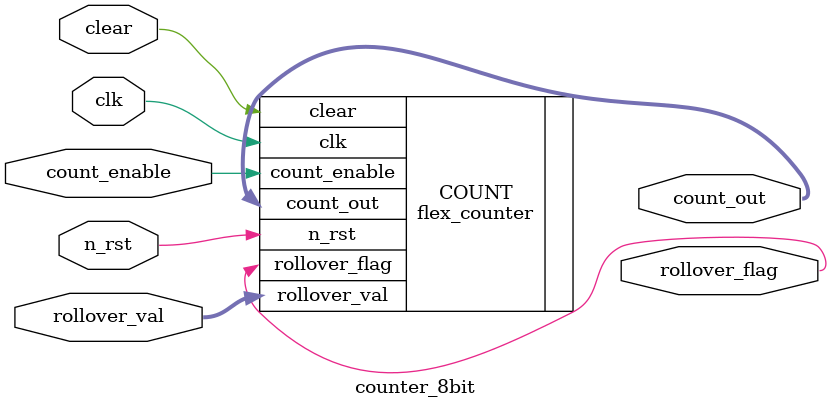
<source format=sv>

module counter_8bit
(
    input logic clk, n_rst, clear, count_enable,
    input logic [8:0] rollover_val,
    output logic [8:0] count_out,
    output logic rollover_flag
);

  flex_counter #(.NUM_CNT_BITS(8)) COUNT (.clk(clk), .n_rst(n_rst), .clear(clear), .count_enable(count_enable), .rollover_val(rollover_val), .count_out(count_out), .rollover_flag(rollover_flag));


endmodule
</source>
